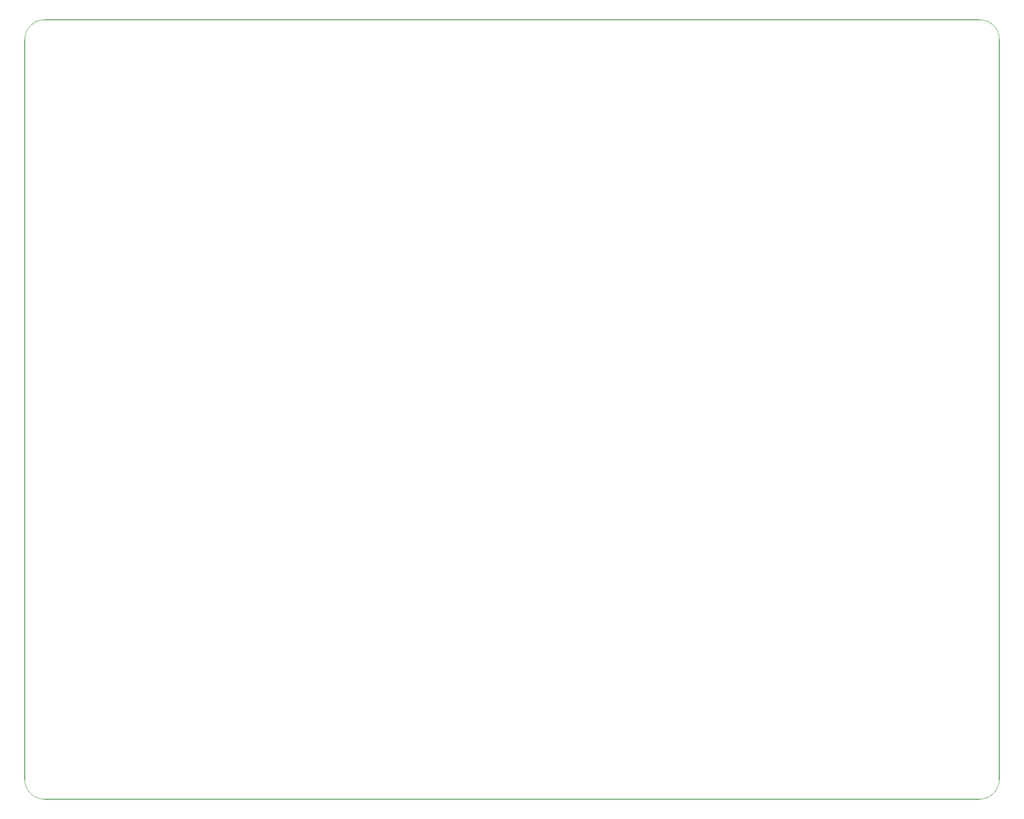
<source format=gbr>
%TF.GenerationSoftware,KiCad,Pcbnew,8.0.1*%
%TF.CreationDate,2024-05-02T15:47:01+02:00*%
%TF.ProjectId,launchpad-controller-v2,6c61756e-6368-4706-9164-2d636f6e7472,rev?*%
%TF.SameCoordinates,Original*%
%TF.FileFunction,Profile,NP*%
%FSLAX46Y46*%
G04 Gerber Fmt 4.6, Leading zero omitted, Abs format (unit mm)*
G04 Created by KiCad (PCBNEW 8.0.1) date 2024-05-02 15:47:01*
%MOMM*%
%LPD*%
G01*
G04 APERTURE LIST*
%TA.AperFunction,Profile*%
%ADD10C,0.150000*%
%TD*%
%TA.AperFunction,Profile*%
%ADD11C,0.100000*%
%TD*%
G04 APERTURE END LIST*
D10*
X280000000Y211000000D02*
X88000000Y211000000D01*
D11*
X280000000Y211000000D02*
G75*
G02*
X284000000Y207000000I0J-4000000D01*
G01*
D10*
X84000000Y207000000D02*
X84000000Y55000000D01*
X88000000Y51000000D02*
X280000000Y51000000D01*
D11*
X84000000Y207000000D02*
G75*
G02*
X88000000Y211000000I4000000J0D01*
G01*
X284000000Y55000000D02*
G75*
G02*
X280000000Y51000000I-4000000J0D01*
G01*
D10*
X284000000Y55000000D02*
X284000000Y207000000D01*
D11*
X88000000Y51000000D02*
G75*
G02*
X84000000Y55000000I0J4000000D01*
G01*
M02*

</source>
